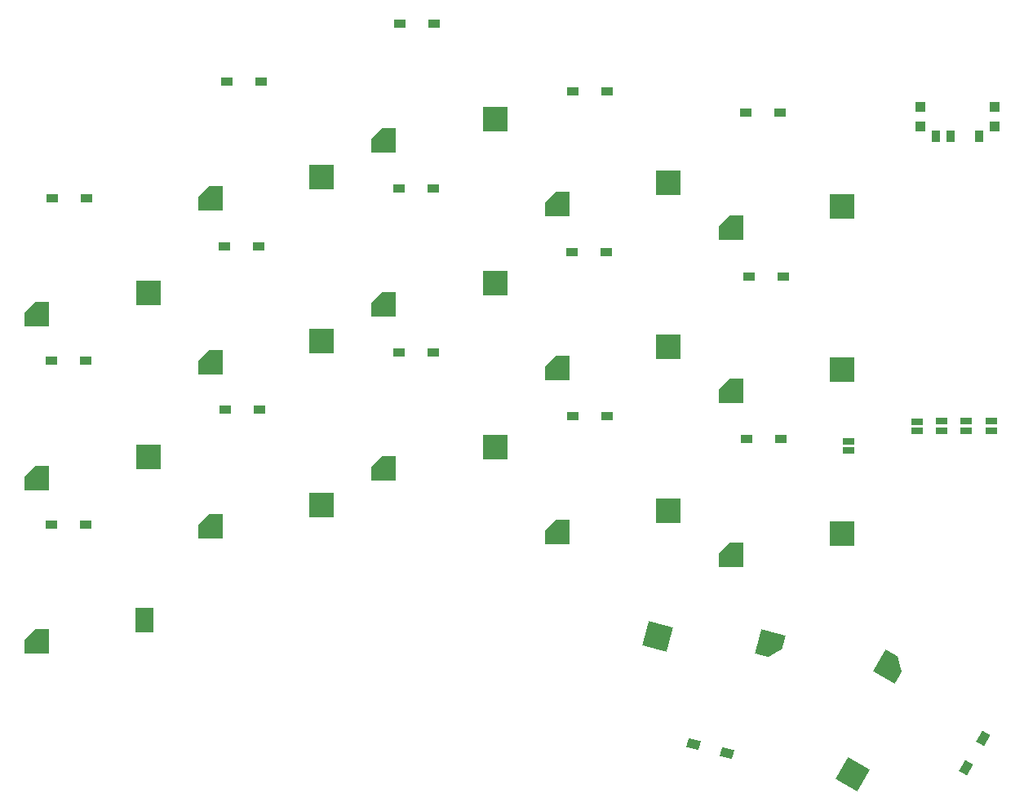
<source format=gtp>
G04 #@! TF.GenerationSoftware,KiCad,Pcbnew,9.0.2*
G04 #@! TF.CreationDate,2025-05-13T18:54:25-04:00*
G04 #@! TF.ProjectId,chocofi,63686f63-6f66-4692-9e6b-696361645f70,2.1*
G04 #@! TF.SameCoordinates,Original*
G04 #@! TF.FileFunction,Paste,Top*
G04 #@! TF.FilePolarity,Positive*
%FSLAX46Y46*%
G04 Gerber Fmt 4.6, Leading zero omitted, Abs format (unit mm)*
G04 Created by KiCad (PCBNEW 9.0.2) date 2025-05-13 18:54:25*
%MOMM*%
%LPD*%
G01*
G04 APERTURE LIST*
G04 Aperture macros list*
%AMRotRect*
0 Rectangle, with rotation*
0 The origin of the aperture is its center*
0 $1 length*
0 $2 width*
0 $3 Rotation angle, in degrees counterclockwise*
0 Add horizontal line*
21,1,$1,$2,0,0,$3*%
%AMOutline5P*
0 Free polygon, 5 corners , with rotation*
0 The origin of the aperture is its center*
0 number of corners: always 5*
0 $1 to $10 corner X, Y*
0 $11 Rotation angle, in degrees counterclockwise*
0 create outline with 5 corners*
4,1,5,$1,$2,$3,$4,$5,$6,$7,$8,$9,$10,$1,$2,$11*%
%AMOutline6P*
0 Free polygon, 6 corners , with rotation*
0 The origin of the aperture is its center*
0 number of corners: always 6*
0 $1 to $12 corner X, Y*
0 $13 Rotation angle, in degrees counterclockwise*
0 create outline with 6 corners*
4,1,6,$1,$2,$3,$4,$5,$6,$7,$8,$9,$10,$11,$12,$1,$2,$13*%
%AMOutline7P*
0 Free polygon, 7 corners , with rotation*
0 The origin of the aperture is its center*
0 number of corners: always 7*
0 $1 to $14 corner X, Y*
0 $15 Rotation angle, in degrees counterclockwise*
0 create outline with 7 corners*
4,1,7,$1,$2,$3,$4,$5,$6,$7,$8,$9,$10,$11,$12,$13,$14,$1,$2,$15*%
%AMOutline8P*
0 Free polygon, 8 corners , with rotation*
0 The origin of the aperture is its center*
0 number of corners: always 8*
0 $1 to $16 corner X, Y*
0 $17 Rotation angle, in degrees counterclockwise*
0 create outline with 8 corners*
4,1,8,$1,$2,$3,$4,$5,$6,$7,$8,$9,$10,$11,$12,$13,$14,$15,$16,$1,$2,$17*%
G04 Aperture macros list end*
%ADD10R,1.300000X0.950000*%
%ADD11RotRect,1.300000X0.950000X345.000000*%
%ADD12RotRect,1.300000X0.950000X60.000000*%
%ADD13Outline5P,-1.300000X0.130000X-0.130000X1.300000X1.300000X1.300000X1.300000X-1.300000X-1.300000X-1.300000X0.000000*%
%ADD14R,2.600000X2.600000*%
%ADD15R,1.900000X2.600000*%
%ADD16Outline5P,-1.300000X0.130000X-0.130000X1.300000X1.300000X1.300000X1.300000X-1.300000X-1.300000X-1.300000X165.000000*%
%ADD17RotRect,2.600000X2.600000X165.000000*%
%ADD18Outline5P,-1.300000X0.130000X-0.130000X1.300000X1.300000X1.300000X1.300000X-1.300000X-1.300000X-1.300000X240.000000*%
%ADD19RotRect,2.600000X2.600000X240.000000*%
%ADD20R,1.143000X0.635000*%
%ADD21R,0.900000X1.300000*%
%ADD22R,1.000000X1.000000*%
G04 APERTURE END LIST*
D10*
X84229400Y-64312800D03*
X87779400Y-64312800D03*
X102314200Y-52273200D03*
X105864200Y-52273200D03*
X120297400Y-46228000D03*
X123847400Y-46228000D03*
X138229800Y-53289200D03*
X141779800Y-53289200D03*
X156213000Y-55422800D03*
X159763000Y-55422800D03*
X84127800Y-81229200D03*
X87677800Y-81229200D03*
X102111000Y-69342000D03*
X105661000Y-69342000D03*
X120195800Y-63347600D03*
X123745800Y-63347600D03*
X138179000Y-69900800D03*
X141729000Y-69900800D03*
X156517800Y-72491600D03*
X160067800Y-72491600D03*
X84127800Y-98247200D03*
X87677800Y-98247200D03*
X102212600Y-86309200D03*
X105762600Y-86309200D03*
X120195800Y-80314800D03*
X123745800Y-80314800D03*
X138280600Y-86969600D03*
X141830600Y-86969600D03*
X156314600Y-89357200D03*
X159864600Y-89357200D03*
D11*
X150799764Y-121001192D03*
X154228800Y-121920000D03*
D12*
X179070666Y-123432630D03*
X180845666Y-120358240D03*
D13*
X82635000Y-76350000D03*
D14*
X94185000Y-74150000D03*
D13*
X100635000Y-64350000D03*
D14*
X112185000Y-62150000D03*
D13*
X118635000Y-58350000D03*
D14*
X130185000Y-56150000D03*
D13*
X136635000Y-64970000D03*
D14*
X148185000Y-62770000D03*
D13*
X154635000Y-67350000D03*
D14*
X166185000Y-65150000D03*
D13*
X82635000Y-93350000D03*
D14*
X94185000Y-91150000D03*
D13*
X100635000Y-81350000D03*
D14*
X112185000Y-79150000D03*
D13*
X118635000Y-75350000D03*
D14*
X130185000Y-73150000D03*
D13*
X136635000Y-81970000D03*
D14*
X148185000Y-79770000D03*
D13*
X154635000Y-84350000D03*
D14*
X166185000Y-82150000D03*
D13*
X82635000Y-110350000D03*
D15*
X93810000Y-108150000D03*
D13*
X100635000Y-98350000D03*
D14*
X112185000Y-96150000D03*
D13*
X118635000Y-92350000D03*
D14*
X130185000Y-90150000D03*
D13*
X136635000Y-98975000D03*
D14*
X148185000Y-96775000D03*
D13*
X154635000Y-101350000D03*
D14*
X166185000Y-99150000D03*
D16*
X158763380Y-110680374D03*
D17*
X147037535Y-109816051D03*
D18*
X171144649Y-112978767D03*
D19*
X167274905Y-124081360D03*
D20*
X179070000Y-87448020D03*
X179070000Y-88448780D03*
X176470000Y-87468020D03*
X176470000Y-88468780D03*
X173930000Y-87498020D03*
X173930000Y-88498780D03*
X181640000Y-87438420D03*
X181640000Y-88439180D03*
X166878000Y-89542620D03*
X166878000Y-90543380D03*
D21*
X180431000Y-57880000D03*
X177431000Y-57880000D03*
X175931000Y-57880000D03*
D22*
X182031000Y-56930000D03*
X182031000Y-54830000D03*
X174331000Y-56930000D03*
X174331000Y-54830000D03*
M02*

</source>
